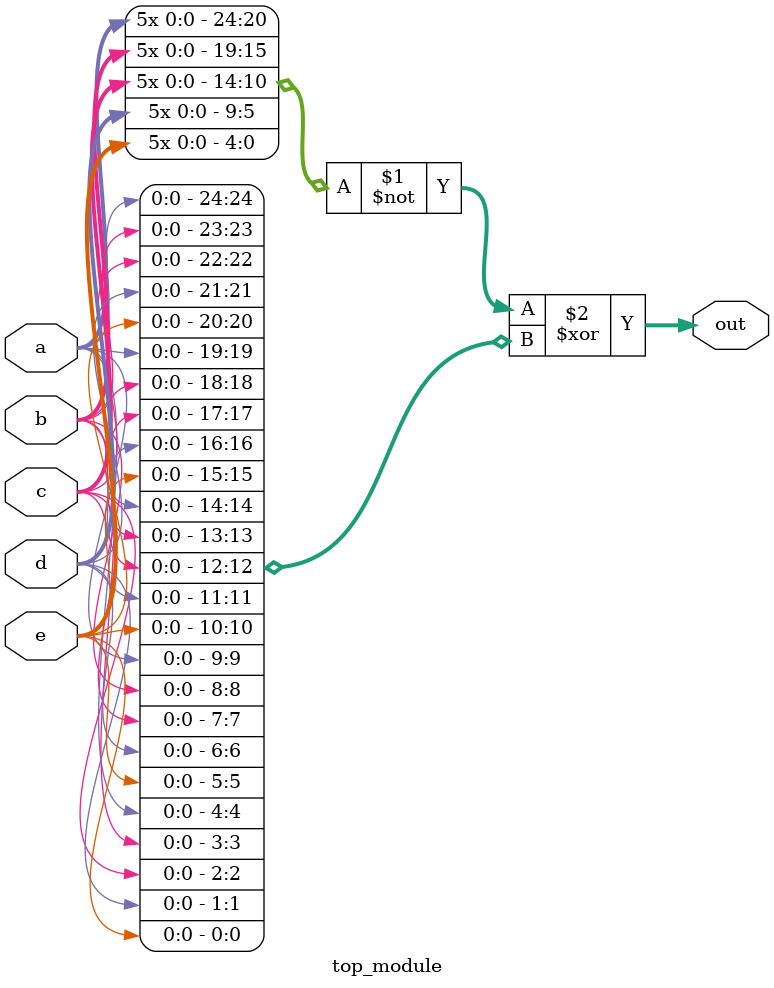
<source format=v>
module top_module (
    input wire a, b, c, d, e,
    output [24:0] out
);

    // wire [24:0] temp1;
    // wire [24:0] temp2;
    // assign temp1 = {{5{a}}, {5{b}}, {5{c}}, {5{d}}, {5{e}}};
    // assign temp2 = {5{{a, b, c, d, e}}};
    // assign out = ~temp1 ^ temp2;

    assign out = ~{{5{a}}, {5{b}}, {5{c}}, {5{d}}, {5{e}}} ^ {5{a, b, c, d, e}};

endmodule
</source>
